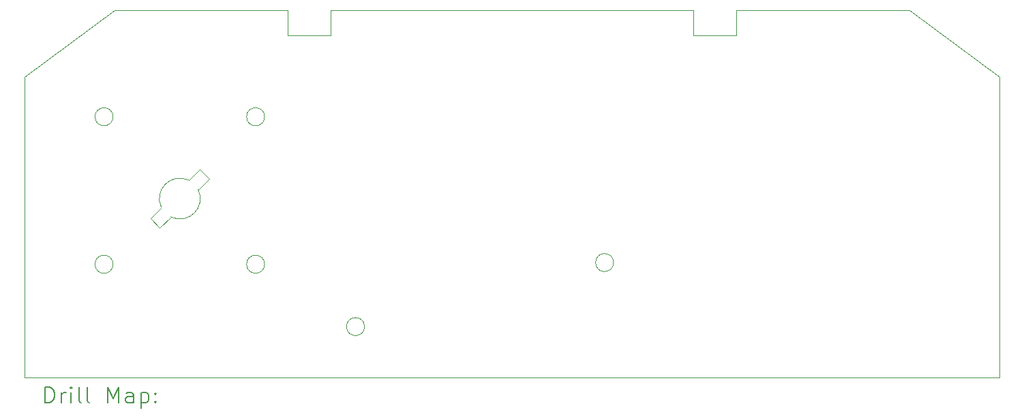
<source format=gbr>
%FSLAX45Y45*%
G04 Gerber Fmt 4.5, Leading zero omitted, Abs format (unit mm)*
G04 Created by KiCad (PCBNEW (6.0.0)) date 2022-03-13 17:58:52*
%MOMM*%
%LPD*%
G01*
G04 APERTURE LIST*
%TA.AperFunction,Profile*%
%ADD10C,0.100000*%
%TD*%
%ADD11C,0.200000*%
G04 APERTURE END LIST*
D10*
X8304000Y0D02*
X3801000Y0D01*
X2037006Y-2115729D02*
X2173548Y-1979186D01*
X1096000Y-1325000D02*
G75*
G03*
X1096000Y-1325000I-112000J0D01*
G01*
X1096000Y-3161000D02*
G75*
G03*
X1096000Y-3161000I-112000J0D01*
G01*
X8840000Y-311000D02*
X8304000Y-311000D01*
X8304000Y-311000D02*
X8304000Y0D01*
X3801000Y-311000D02*
X3801000Y0D01*
X7312000Y-3140000D02*
G75*
G03*
X7312000Y-3140000I-112000J0D01*
G01*
X1560486Y-2592248D02*
X1697029Y-2455706D01*
X2978000Y-3161000D02*
G75*
G03*
X2978000Y-3161000I-112000J0D01*
G01*
X8840000Y0D02*
X10987000Y0D01*
X2289514Y-2095152D02*
X2152971Y-2231694D01*
X3265000Y0D02*
X1118000Y0D01*
X3265000Y0D02*
X3265000Y-311000D01*
X1812994Y-2571671D02*
G75*
G03*
X2152971Y-2231694I111954J228023D01*
G01*
X2037006Y-2115729D02*
G75*
G03*
X1697029Y-2455706I-111954J-228023D01*
G01*
X10987000Y0D02*
X12105000Y-832000D01*
X1118000Y0D02*
X0Y-832000D01*
X2173548Y-1979186D02*
X2289514Y-2095152D01*
X3265000Y-311000D02*
X3801000Y-311000D01*
X1676452Y-2708214D02*
X1560486Y-2592248D01*
X2978000Y-1325000D02*
G75*
G03*
X2978000Y-1325000I-112000J0D01*
G01*
X4219000Y-3937000D02*
G75*
G03*
X4219000Y-3937000I-112000J0D01*
G01*
X8840000Y0D02*
X8840000Y-311000D01*
X1812994Y-2571671D02*
X1676452Y-2708214D01*
X0Y-4571000D02*
X12105000Y-4571000D01*
X0Y-832000D02*
X0Y-4571000D01*
X12105000Y-4571000D02*
X12105000Y-832000D01*
D11*
X252619Y-4886476D02*
X252619Y-4686476D01*
X300238Y-4686476D01*
X328810Y-4696000D01*
X347857Y-4715048D01*
X357381Y-4734095D01*
X366905Y-4772190D01*
X366905Y-4800762D01*
X357381Y-4838857D01*
X347857Y-4857905D01*
X328810Y-4876952D01*
X300238Y-4886476D01*
X252619Y-4886476D01*
X452619Y-4886476D02*
X452619Y-4753143D01*
X452619Y-4791238D02*
X462143Y-4772190D01*
X471667Y-4762667D01*
X490714Y-4753143D01*
X509762Y-4753143D01*
X576429Y-4886476D02*
X576429Y-4753143D01*
X576429Y-4686476D02*
X566905Y-4696000D01*
X576429Y-4705524D01*
X585952Y-4696000D01*
X576429Y-4686476D01*
X576429Y-4705524D01*
X700238Y-4886476D02*
X681190Y-4876952D01*
X671667Y-4857905D01*
X671667Y-4686476D01*
X805000Y-4886476D02*
X785952Y-4876952D01*
X776428Y-4857905D01*
X776428Y-4686476D01*
X1033571Y-4886476D02*
X1033571Y-4686476D01*
X1100238Y-4829333D01*
X1166905Y-4686476D01*
X1166905Y-4886476D01*
X1347857Y-4886476D02*
X1347857Y-4781714D01*
X1338333Y-4762667D01*
X1319286Y-4753143D01*
X1281190Y-4753143D01*
X1262143Y-4762667D01*
X1347857Y-4876952D02*
X1328810Y-4886476D01*
X1281190Y-4886476D01*
X1262143Y-4876952D01*
X1252619Y-4857905D01*
X1252619Y-4838857D01*
X1262143Y-4819810D01*
X1281190Y-4810286D01*
X1328810Y-4810286D01*
X1347857Y-4800762D01*
X1443095Y-4753143D02*
X1443095Y-4953143D01*
X1443095Y-4762667D02*
X1462143Y-4753143D01*
X1500238Y-4753143D01*
X1519286Y-4762667D01*
X1528809Y-4772190D01*
X1538333Y-4791238D01*
X1538333Y-4848381D01*
X1528809Y-4867429D01*
X1519286Y-4876952D01*
X1500238Y-4886476D01*
X1462143Y-4886476D01*
X1443095Y-4876952D01*
X1624048Y-4867429D02*
X1633571Y-4876952D01*
X1624048Y-4886476D01*
X1614524Y-4876952D01*
X1624048Y-4867429D01*
X1624048Y-4886476D01*
X1624048Y-4762667D02*
X1633571Y-4772190D01*
X1624048Y-4781714D01*
X1614524Y-4772190D01*
X1624048Y-4762667D01*
X1624048Y-4781714D01*
M02*

</source>
